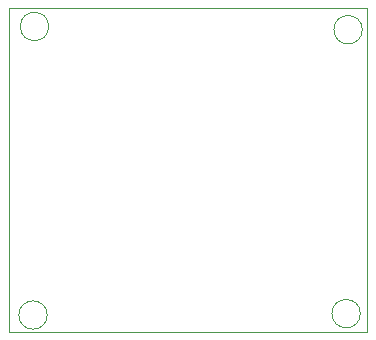
<source format=gbr>
%TF.GenerationSoftware,KiCad,Pcbnew,8.0.7*%
%TF.CreationDate,2025-03-08T23:36:54+05:30*%
%TF.ProjectId,1_AC to DC Converter,315f4143-2074-46f2-9044-4320436f6e76,rev?*%
%TF.SameCoordinates,Original*%
%TF.FileFunction,Profile,NP*%
%FSLAX46Y46*%
G04 Gerber Fmt 4.6, Leading zero omitted, Abs format (unit mm)*
G04 Created by KiCad (PCBNEW 8.0.7) date 2025-03-08 23:36:54*
%MOMM*%
%LPD*%
G01*
G04 APERTURE LIST*
%TA.AperFunction,Profile*%
%ADD10C,0.100000*%
%TD*%
%TA.AperFunction,Profile*%
%ADD11C,0.050000*%
%TD*%
G04 APERTURE END LIST*
D10*
X131033482Y-75667408D02*
G75*
G02*
X128633482Y-75667408I-1200000J0D01*
G01*
X128633482Y-75667408D02*
G75*
G02*
X131033482Y-75667408I1200000J0D01*
G01*
X130909414Y-100099613D02*
G75*
G02*
X128509414Y-100099613I-1200000J0D01*
G01*
X128509414Y-100099613D02*
G75*
G02*
X130909414Y-100099613I1200000J0D01*
G01*
D11*
X127699596Y-74139558D02*
X158000000Y-74139558D01*
X158000000Y-101500000D01*
X127699596Y-101500000D01*
X127699596Y-74139558D01*
D10*
X157422627Y-99977372D02*
G75*
G02*
X155022627Y-99977372I-1200000J0D01*
G01*
X155022627Y-99977372D02*
G75*
G02*
X157422627Y-99977372I1200000J0D01*
G01*
X157586044Y-75935848D02*
G75*
G02*
X155186044Y-75935848I-1200000J0D01*
G01*
X155186044Y-75935848D02*
G75*
G02*
X157586044Y-75935848I1200000J0D01*
G01*
M02*

</source>
